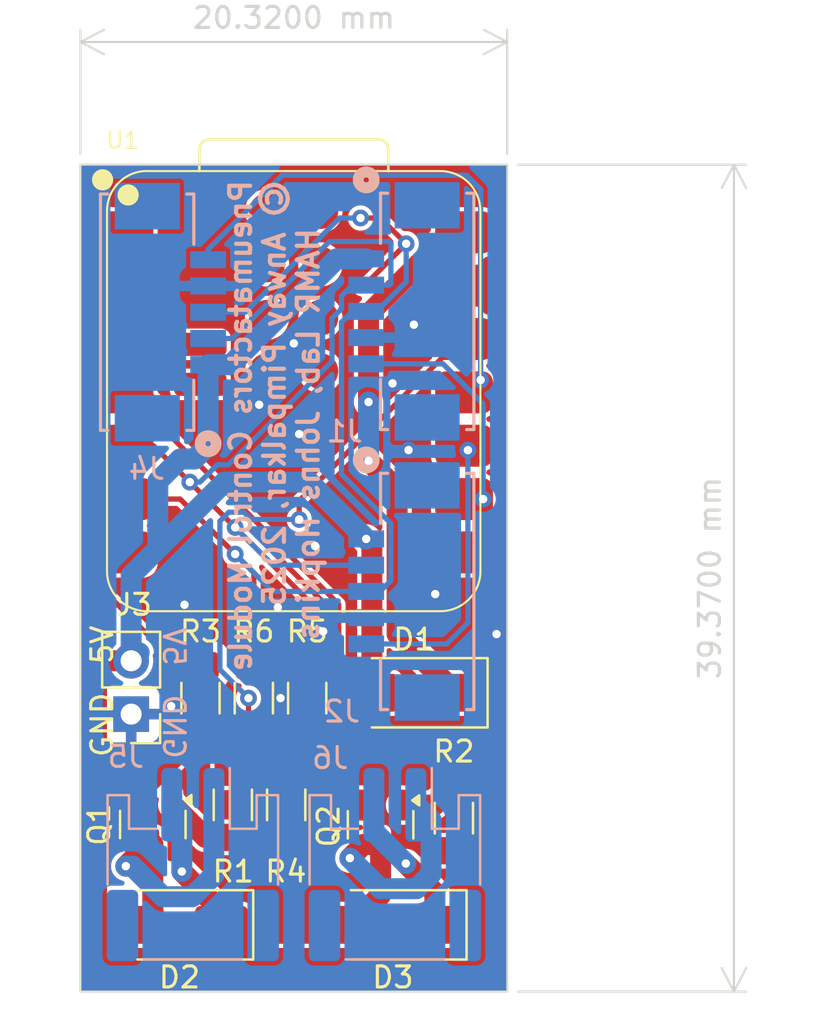
<source format=kicad_pcb>
(kicad_pcb (version 20241229) (generator "pcbnew") (generator_version "9.0")
  (layers (0 "F.Cu" signal) (2 "B.Cu" signal) (13 "F.Paste" user) (15 "B.Paste" user) (5 "F.SilkS" user "F.Silkscreen") (7 "B.SilkS" user "B.Silkscreen") (1 "F.Mask" user) (3 "B.Mask" user) (25 "Edge.Cuts" user))
  (net 0 "")
  (net 1 "5V")
  (net 2 "Net-(D3-A)")
  (net 3 "P1_A")
  (net 4 "GND")
  (net 5 "P2_A")
  (net 6 "V1")
  (net 7 "V2")
  (net 10 "P3_A")
  (net 11 "SDA")
  (net 12 "SCL")
  (net 15 "3V3")
  (net 16 "Net-(D1-K)")
  (net 17 "Net-(D2-A)")
  (net 18 "Net-(Q1-G)")
  (net 19 "Net-(Q1-S)")
  (net 20 "Net-(Q2-G)")
  (net 21 "Net-(Q2-S)")
  (footprint "Resistor_SMD:R_1206_3216Metric_Pad1.30x1.75mm_HandSolder" (layer "F.Cu") (at 48.26 63.5 -90)
    (property "Reference" "R6" (at -3.175 0 0) (layer "F.SilkS"))
    (property "Value" "10k")
    (fp_line (start -0.727064 0.91) (end 0.727064 0.91) (stroke (width 0.12)) (layer "F.SilkS"))
    (fp_line (start -0.727064 -0.91) (end 0.727064 -0.91) (stroke (width 0.12)) (layer "F.SilkS"))
    (pad "1" smd roundrect (at -1.55 0 270) (size 1.3 1.75) (layers "F.Cu" "F.Mask" "F.Paste") (roundrect_rratio 0.192308) (net 12 "SCL"))
    (pad "2" smd roundrect (at 1.55 0 270) (size 1.3 1.75) (layers "F.Cu" "F.Mask" "F.Paste") (roundrect_rratio 0.192308) (net 15 "3V3"))
  )
  (footprint "Diode_SMD:D_SMA" (layer "F.Cu") (at 44.72 74.295 180)
    (property "Reference" "D2" (at 0 -2.5 0) (layer "F.SilkS"))
    (property "Value" "1N5819")
    (fp_line (start -3.51 1.65) (end 2 1.65) (stroke (width 0.12)) (layer "F.SilkS"))
    (fp_line (start -3.51 -1.65) (end 2 -1.65) (stroke (width 0.12)) (layer "F.SilkS"))
    (fp_line (start -3.51 -1.65) (end -3.51 1.65) (stroke (width 0.12)) (layer "F.SilkS"))
    (pad "1" smd roundrect (at -2 0 180) (size 2.5 1.8) (layers "F.Cu" "F.Mask" "F.Paste") (roundrect_rratio 0.1388888889) (net 1 "5V"))
    (pad "2" smd roundrect (at 2 0 180) (size 2.5 1.8) (layers "F.Cu" "F.Mask" "F.Paste") (roundrect_rratio 0.1388888889) (net 17 "Net-(D2-A)"))
  )
  (footprint "Diode_SMD:D_SMA" (layer "F.Cu") (at 54.88 74.295 180)
    (property "Reference" "D3" (at 0 -2.5 0) (layer "F.SilkS"))
    (property "Value" "1N5819")
    (fp_line (start -3.51 1.65) (end 2 1.65) (stroke (width 0.12)) (layer "F.SilkS"))
    (fp_line (start -3.51 -1.65) (end 2 -1.65) (stroke (width 0.12)) (layer "F.SilkS"))
    (fp_line (start -3.51 -1.65) (end -3.51 1.65) (stroke (width 0.12)) (layer "F.SilkS"))
    (pad "1" smd roundrect (at -2 0 180) (size 2.5 1.8) (layers "F.Cu" "F.Mask" "F.Paste") (roundrect_rratio 0.1388888889) (net 1 "5V"))
    (pad "2" smd roundrect (at 2 0 180) (size 2.5 1.8) (layers "F.Cu" "F.Mask" "F.Paste") (roundrect_rratio 0.1388888889) (net 2 "Net-(D3-A)"))
  )
  (footprint "Resistor_SMD:R_1206_3216Metric_Pad1.30x1.75mm_HandSolder" (layer "F.Cu") (at 57.785 69.215 90)
    (property "Reference" "R2" (at 3.175 0 180) (layer "F.SilkS"))
    (property "Value" "220")
    (fp_line (start -0.727064 -0.91) (end 0.727064 -0.91) (stroke (width 0.12)) (layer "F.SilkS"))
    (fp_line (start -0.727064 0.91) (end 0.727064 0.91) (stroke (width 0.12)) (layer "F.SilkS"))
    (pad "1" smd roundrect (at -1.55 0 90) (size 1.3 1.75) (layers "F.Cu" "F.Mask" "F.Paste") (roundrect_rratio 0.192308) (net 7 "V2"))
    (pad "2" smd roundrect (at 1.55 0 90) (size 1.3 1.75) (layers "F.Cu" "F.Mask" "F.Paste") (roundrect_rratio 0.192308) (net 20 "Net-(Q2-G)"))
  )
  (footprint "Resistor_SMD:R_1206_3216Metric_Pad1.30x1.75mm_HandSolder" (layer "F.Cu") (at 47.26 68.58 -90)
    (property "Reference" "R1" (at 3.175 -0.016 0) (layer "F.SilkS"))
    (property "Value" "220")
    (fp_line (start -0.727064 0.91) (end 0.727064 0.91) (stroke (width 0.12)) (layer "F.SilkS"))
    (fp_line (start -0.727064 -0.91) (end 0.727064 -0.91) (stroke (width 0.12)) (layer "F.SilkS"))
    (pad "1" smd roundrect (at -1.55 0 270) (size 1.3 1.75) (layers "F.Cu" "F.Mask" "F.Paste") (roundrect_rratio 0.192308) (net 6 "V1"))
    (pad "2" smd roundrect (at 1.55 0 270) (size 1.3 1.75) (layers "F.Cu" "F.Mask" "F.Paste") (roundrect_rratio 0.192308) (net 18 "Net-(Q1-G)"))
  )
  (footprint "Package_TO_SOT_SMD:SOT-23" (layer "F.Cu") (at 54.295 69.53 -90)
    (property "Reference" "Q2" (at 0.066 2.479 90) (layer "F.SilkS"))
    (property "Value" "IRLML2060")
    (fp_line (start 0 1.56) (end -0.65 1.56) (stroke (width 0.12)) (layer "F.SilkS"))
    (fp_line (start 0 1.56) (end 0.65 1.56) (stroke (width 0.12)) (layer "F.SilkS"))
    (fp_line (start 0 -1.56) (end -0.65 -1.56) (stroke (width 0.12)) (layer "F.SilkS"))
    (fp_line (start 0 -1.56) (end 0.65 -1.56) (stroke (width 0.12)) (layer "F.SilkS"))
    (fp_poly (pts (xy -1.1625 -1.51) (xy -1.4025 -1.84) (xy -0.9225 -1.84)) (stroke (width 0.12)) (fill yes) (layer "F.SilkS"))
    (pad "1" smd roundrect (at -0.9375 -0.95 270) (size 1.475 0.6) (layers "F.Cu" "F.Mask" "F.Paste") (net 20 "Net-(Q2-G)"))
    (pad "2" smd roundrect (at -0.9375 0.95 270) (size 1.475 0.6) (layers "F.Cu" "F.Mask" "F.Paste") (net 21 "Net-(Q2-S)"))
    (pad "3" smd roundrect (at 0.9375 0 270) (size 1.475 0.6) (layers "F.Cu" "F.Mask" "F.Paste") (net 2 "Net-(D3-A)"))
  )
  (footprint "Resistor_SMD:R_1206_3216Metric_Pad1.30x1.75mm_HandSolder" (layer "F.Cu") (at 45.72 63.5 90)
    (property "Reference" "R3" (at 3.175 0 0) (layer "F.SilkS"))
    (property "Value" "10k")
    (fp_line (start -0.727064 -0.91) (end 0.727064 -0.91) (stroke (width 0.12)) (layer "F.SilkS"))
    (fp_line (start -0.727064 0.91) (end 0.727064 0.91) (stroke (width 0.12)) (layer "F.SilkS"))
    (pad "1" smd roundrect (at -1.55 0 90) (size 1.3 1.75) (layers "F.Cu" "F.Mask" "F.Paste") (roundrect_rratio 0.192308) (net 19 "Net-(Q1-S)"))
    (pad "2" smd roundrect (at 1.55 0 90) (size 1.3 1.75) (layers "F.Cu" "F.Mask" "F.Paste") (roundrect_rratio 0.192308) (net 4 "GND"))
  )
  (footprint "Diode_SMD:D_SMA" (layer "F.Cu") (at 55.88 63.246 180)
    (property "Reference" "D1" (at 0 2.54 0) (layer "F.SilkS"))
    (property "Value" "1N5819")
    (fp_line (start -3.51 1.65) (end 2 1.65) (stroke (width 0.12)) (layer "F.SilkS"))
    (fp_line (start -3.51 -1.65) (end 2 -1.65) (stroke (width 0.12)) (layer "F.SilkS"))
    (fp_line (start -3.51 -1.65) (end -3.51 1.65) (stroke (width 0.12)) (layer "F.SilkS"))
    (pad "1" smd roundrect (at -2 0 180) (size 2.5 1.8) (layers "F.Cu" "F.Mask" "F.Paste") (roundrect_rratio 0.1388888889) (net 16 "Net-(D1-K)"))
    (pad "2" smd roundrect (at 2 0 180) (size 2.5 1.8) (layers "F.Cu" "F.Mask" "F.Paste") (roundrect_rratio 0.1388888889) (net 1 "5V"))
  )
  (footprint "XIAO-ESP32S3:XIAO-ESP32S3-SMD" (layer "F.Cu") (at 50.165 48.895)
    (property "Reference" "U1" (at -9 -11.5 0) (layer "F.SilkS") (effects (font (size 0.78232 0.78232) (thickness 0.10668)) (justify left bottom)))
    (property "Value" "SeeeduinoXIAO")
    (fp_line (start -8.896364 8.56) (end -8.896364 -8.585) (stroke (width 0.1)) (layer "F.SilkS"))
    (fp_line (start -6.991364 10.465) (end 6.978636 10.465) (stroke (width 0.1)) (layer "F.SilkS"))
    (fp_line (start -4.501364 -10.49) (end -4.497636 -11.500272) (stroke (width 0.127)) (layer "F.SilkS"))
    (fp_line (start -3.997636 -12) (end 3.997636 -12) (stroke (width 0.127)) (layer "F.SilkS"))
    (fp_line (start 4.497636 -11.5) (end 4.497636 -10.49) (stroke (width 0.127)) (layer "F.SilkS"))
    (fp_line (start 6.978636 -10.49) (end -6.991364 -10.49) (stroke (width 0.1)) (layer "F.SilkS"))
    (fp_line (start 8.883636 8.56) (end 8.883636 -8.585) (stroke (width 0.1)) (layer "F.SilkS"))
    (fp_arc (start -8.896364 -8.589) (mid -8.338402 -9.936038) (end -6.991364 -10.494) (stroke (width 0.1)) (layer "F.SilkS"))
    (fp_arc (start -6.991364 10.465) (mid -8.338402 9.907038) (end -8.896364 8.56) (stroke (width 0.1)) (layer "F.SilkS"))
    (fp_arc (start -4.497636 -11.500272) (mid -4.351088 -11.853644) (end -3.997636 -12) (stroke (width 0.127)) (layer "F.SilkS"))
    (fp_arc (start 3.997636 -12) (mid 4.351189 -11.853553) (end 4.497636 -11.5) (stroke (width 0.127)) (layer "F.SilkS"))
    (fp_arc (start 6.978636 -10.49) (mid 8.325674 -9.932038) (end 8.883636 -8.585) (stroke (width 0.1)) (layer "F.SilkS"))
    (fp_arc (start 8.883636 8.56) (mid 8.325674 9.907038) (end 6.978636 10.465) (stroke (width 0.1)) (layer "F.SilkS"))
    (fp_circle (center -9.106364 -10.074) (end -9.106364 -10.328) (stroke (width 0.5)) (fill yes) (layer "F.SilkS"))
    (fp_circle (center -7.889364 -9.351) (end -7.889364 -9.605) (stroke (width 0.5)) (fill yes) (layer "F.SilkS"))
    (pad "1" smd roundrect (at -8.061364 -7.573) (size 2.75 2) (layers "F.Cu" "F.Mask" "F.Paste"))
    (pad "2" smd roundrect (at -8.061364 -5.033) (size 2.75 2) (layers "F.Cu" "F.Mask" "F.Paste"))
    (pad "3" smd roundrect (at -8.061364 -2.493) (size 2.75 2) (layers "F.Cu" "F.Mask" "F.Paste") (net 6 "V1"))
    (pad "4" smd roundrect (at -8.061364 0.047) (size 2.75 2) (layers "F.Cu" "F.Mask" "F.Paste") (net 7 "V2"))
    (pad "5" smd roundrect (at -8.061364 2.587) (size 2.75 2) (layers "F.Cu" "F.Mask" "F.Paste") (net 11 "SDA"))
    (pad "6" smd roundrect (at -8.061364 5.127) (size 2.75 2) (layers "F.Cu" "F.Mask" "F.Paste") (net 12 "SCL"))
    (pad "7" smd roundrect (at -8.061364 7.667) (size 2.75 2) (layers "F.Cu" "F.Mask" "F.Paste"))
    (pad "8" smd roundrect (at 8.103636 7.667) (size 2.75 2) (layers "F.Cu" "F.Mask" "F.Paste"))
    (pad "9" smd roundrect (at 8.103636 5.127) (size 2.75 2) (layers "F.Cu" "F.Mask" "F.Paste") (net 3 "P1_A"))
    (pad "10" smd roundrect (at 8.103636 2.587) (size 2.75 2) (layers "F.Cu" "F.Mask" "F.Paste") (net 5 "P2_A"))
    (pad "11" smd roundrect (at 8.103636 0.047) (size 2.75 2) (layers "F.Cu" "F.Mask" "F.Paste") (net 10 "P3_A"))
    (pad "12" smd roundrect (at 8.103636 -2.493) (size 2.75 2) (layers "F.Cu" "F.Mask" "F.Paste") (net 15 "3V3"))
    (pad "13" smd roundrect (at 8.103636 -5.033) (size 2.75 2) (layers "F.Cu" "F.Mask" "F.Paste") (net 4 "GND"))
    (pad "14" smd roundrect (at 8.103636 -7.573) (size 2.75 2) (layers "F.Cu" "F.Mask" "F.Paste") (net 16 "Net-(D1-K)"))
    (pad "15" smd roundrect (at -4.451364 -0.335 180) (size 2.5 1.1) (layers "F.Cu" "F.Mask" "F.Paste"))
    (pad "16" smd roundrect (at -4.451364 -2.24 180) (size 2.5 1.1) (layers "F.Cu" "F.Mask" "F.Paste"))
    (pad "17" smd circle (at -1.276364 -8.585) (size 1.7 1.7) (layers "F.Cu" "F.Mask" "F.Paste"))
    (pad "18" smd circle (at 1.263636 -8.585) (size 1.7 1.7) (layers "F.Cu" "F.Mask" "F.Paste"))
    (pad "19" smd circle (at -1.276364 -6.045) (size 1.7 1.7) (layers "F.Cu" "F.Mask" "F.Paste"))
    (pad "20" smd circle (at 1.263636 -6.045) (size 1.7 1.7) (layers "F.Cu" "F.Mask" "F.Paste"))
    (pad "21" smd circle (at -1.276364 -3.505) (size 1.7 1.7) (layers "F.Cu" "F.Mask" "F.Paste"))
    (pad "22" smd circle (at 1.263636 -3.505) (size 1.7 1.7) (layers "F.Cu" "F.Mask" "F.Paste"))
    (pad "23" smd circle (at -1.276364 -0.965) (size 1.7 1.7) (layers "F.Cu" "F.Mask" "F.Paste"))
    (pad "24" smd circle (at 1.263636 -0.965) (size 1.7 1.7) (layers "F.Cu" "F.Mask" "F.Paste"))
  )
  (footprint "Resistor_SMD:R_1206_3216Metric_Pad1.30x1.75mm_HandSolder" (layer "F.Cu") (at 50.8 63.5 -90)
    (property "Reference" "R5" (at -3.175 0 180) (layer "F.SilkS"))
    (property "Value" "10k")
    (fp_line (start -0.727064 0.91) (end 0.727064 0.91) (stroke (width 0.12)) (layer "F.SilkS"))
    (fp_line (start -0.727064 -0.91) (end 0.727064 -0.91) (stroke (width 0.12)) (layer "F.SilkS"))
    (pad "1" smd roundrect (at -1.55 0 270) (size 1.3 1.75) (layers "F.Cu" "F.Mask" "F.Paste") (roundrect_rratio 0.192308) (net 11 "SDA"))
    (pad "2" smd roundrect (at 1.55 0 270) (size 1.3 1.75) (layers "F.Cu" "F.Mask" "F.Paste") (roundrect_rratio 0.192308) (net 15 "3V3"))
  )
  (footprint "Package_TO_SOT_SMD:SOT-23" (layer "F.Cu") (at 43.45 69.5175 -90)
    (property "Reference" "Q1" (at 0 2.556 90) (layer "F.SilkS"))
    (property "Value" "IRLML2060")
    (fp_line (start 0 1.56) (end -0.65 1.56) (stroke (width 0.12)) (layer "F.SilkS"))
    (fp_line (start 0 1.56) (end 0.65 1.56) (stroke (width 0.12)) (layer "F.SilkS"))
    (fp_line (start 0 -1.56) (end -0.65 -1.56) (stroke (width 0.12)) (layer "F.SilkS"))
    (fp_line (start 0 -1.56) (end 0.65 -1.56) (stroke (width 0.12)) (layer "F.SilkS"))
    (fp_poly (pts (xy -1.1625 -1.51) (xy -1.4025 -1.84) (xy -0.9225 -1.84)) (stroke (width 0.12)) (fill yes) (layer "F.SilkS"))
    (pad "1" smd roundrect (at -0.9375 -0.95 270) (size 1.475 0.6) (layers "F.Cu" "F.Mask" "F.Paste") (net 18 "Net-(Q1-G)"))
    (pad "2" smd roundrect (at -0.9375 0.95 270) (size 1.475 0.6) (layers "F.Cu" "F.Mask" "F.Paste") (net 19 "Net-(Q1-S)"))
    (pad "3" smd roundrect (at 0.9375 0 270) (size 1.475 0.6) (layers "F.Cu" "F.Mask" "F.Paste") (net 17 "Net-(D2-A)"))
  )
  (footprint "Connector_PinHeader_2.54mm:PinHeader_1x02_P2.54mm_Vertical" (layer "F.Cu") (at 42.418 64.262 180)
    (property "Reference" "J3" (at -0.127 5.207 0) (layer "F.SilkS"))
    (property "Value" "Conn_01x02_Pin")
    (fp_line (start 1.38 1.27) (end 1.38 3.92) (stroke (width 0.12)) (layer "F.SilkS"))
    (fp_line (start -1.38 3.92) (end 1.38 3.92) (stroke (width 0.12)) (layer "F.SilkS"))
    (fp_line (start -1.38 1.27) (end 1.38 1.27) (stroke (width 0.12)) (layer "F.SilkS"))
    (fp_line (start -1.38 1.27) (end -1.38 3.92) (stroke (width 0.12)) (layer "F.SilkS"))
    (fp_line (start -1.38 0) (end -1.38 -1.38) (stroke (width 0.12)) (layer "F.SilkS"))
    (fp_line (start -1.38 -1.38) (end 0 -1.38) (stroke (width 0.12)) (layer "F.SilkS"))
    (pad "1" thru_hole rect (at 0 0 180) (size 1.7 1.7) (drill 1) (layers "*.Cu" "*.Mask") (net 4 "GND"))
    (pad "2" thru_hole circle (at 0 2.54 180) (size 1.7 1.7) (drill 1) (layers "*.Cu" "*.Mask") (net 1 "5V"))
  )
  (footprint "Resistor_SMD:R_1206_3216Metric_Pad1.30x1.75mm_HandSolder" (layer "F.Cu") (at 49.8 68.58 -90)
    (property "Reference" "R4" (at 3.175 0.016 180) (layer "F.SilkS"))
    (property "Value" "10k")
    (fp_line (start -0.727064 0.91) (end 0.727064 0.91) (stroke (width 0.12)) (layer "F.SilkS"))
    (fp_line (start -0.727064 -0.91) (end 0.727064 -0.91) (stroke (width 0.12)) (layer "F.SilkS"))
    (pad "1" smd roundrect (at -1.55 0 270) (size 1.3 1.75) (layers "F.Cu" "F.Mask" "F.Paste") (roundrect_rratio 0.192308) (net 21 "Net-(Q2-S)"))
    (pad "2" smd roundrect (at 1.55 0 270) (size 1.3 1.75) (layers "F.Cu" "F.Mask" "F.Paste") (roundrect_rratio 0.192308) (net 4 "GND"))
  )
  (footprint "Connector_JST:JST_PH_S2B-PH-SM4-TB_1x02-1MP_P2.00mm_Horizontal" (layer "B.Cu") (at 54.975 71.43 180)
    (property "Reference" "J6" (at 3.08 5.08 0) (layer "B.SilkS") (effects (justify mirror)))
    (property "Value" "Valve_2")
    (fp_line (start 4.06 3.31) (end 3.04 3.31) (stroke (width 0.12)) (layer "B.SilkS"))
    (fp_line (start 4.06 -0.94) (end 4.06 3.31) (stroke (width 0.12)) (layer "B.SilkS"))
    (fp_line (start 3.04 3.31) (end 3.04 1.71) (stroke (width 0.12)) (layer "B.SilkS"))
    (fp_line (start 3.04 1.71) (end 1.76 1.71) (stroke (width 0.12)) (layer "B.SilkS"))
    (fp_line (start -1.76 1.71) (end -1.76 4.6) (stroke (width 0.12)) (layer "B.SilkS"))
    (fp_line (start -2.34 -4.51) (end 2.34 -4.51) (stroke (width 0.12)) (layer "B.SilkS"))
    (fp_line (start -3.04 3.31) (end -3.04 1.71) (stroke (width 0.12)) (layer "B.SilkS"))
    (fp_line (start -3.04 1.71) (end -1.76 1.71) (stroke (width 0.12)) (layer "B.SilkS"))
    (fp_line (start -4.06 3.31) (end -3.04 3.31) (stroke (width 0.12)) (layer "B.SilkS"))
    (fp_line (start -4.06 -0.94) (end -4.06 3.31) (stroke (width 0.12)) (layer "B.SilkS"))
    (pad "1" smd roundrect (at -1 2.85 180) (size 1 3.5) (layers "B.Cu" "B.Mask" "B.Paste") (net 2 "Net-(D3-A)"))
    (pad "2" smd roundrect (at 1 2.85 180) (size 1 3.5) (layers "B.Cu" "B.Mask" "B.Paste") (net 1 "5V"))
    (pad "MP" smd roundrect (at -3.35 -2.9 180) (size 1.5 3.4) (layers "B.Cu" "B.Mask" "B.Paste") (roundrect_rratio 0.166667))
    (pad "MP" smd roundrect (at 3.35 -2.9 180) (size 1.5 3.4) (layers "B.Cu" "B.Mask" "B.Paste") (roundrect_rratio 0.166667))
  )
  (footprint "Pneumatactors:CONN_532610001-SD_05_MOL" (layer "B.Cu") (at 56.515 58.42 90)
    (property "Reference" "J2" (at -5.715 -4.064 0) (layer "B.SilkS") (effects (justify mirror)))
    (property "Value" "532610571")
    (fp_circle (center 6.2611 -2.9045) (end 6.6421 -2.9045) (stroke (width 0.508)) (fill no) (layer "F.SilkS"))
    (fp_line (start 5.6261 -2.2225) (end 5.6261 -1.886641) (stroke (width 0.1524)) (layer "B.SilkS"))
    (fp_line (start 3.23914 -2.2225) (end 5.6261 -2.2225) (stroke (width 0.1524)) (layer "B.SilkS"))
    (fp_line (start -5.6261 -2.2225) (end -3.23914 -2.2225) (stroke (width 0.1524)) (layer "B.SilkS"))
    (fp_line (start -5.6261 -1.886641) (end -5.6261 -2.2225) (stroke (width 0.1524)) (layer "B.SilkS"))
    (fp_line (start 5.6261 1.877639) (end 5.6261 2.2225) (stroke (width 0.1524)) (layer "B.SilkS"))
    (fp_line (start 5.6261 2.2225) (end -5.6261 2.2225) (stroke (width 0.1524)) (layer "B.SilkS"))
    (fp_line (start -5.6261 2.2225) (end -5.6261 1.877639) (stroke (width 0.1524)) (layer "B.SilkS"))
    (fp_circle (center 6.2611 -2.9045) (end 6.6421 -2.9045) (stroke (width 0.508)) (fill no) (layer "B.SilkS"))
    (pad "1" smd rect (at 2.5 -2.9045 90) (size 0.8128 1.7018) (layers "B.Cu" "B.Mask" "B.Paste") (net 1 "5V"))
    (pad "2" smd rect (at 1.25 -2.9045 90) (size 0.8128 1.7018) (layers "B.Cu" "B.Mask" "B.Paste") (net 11 "SDA"))
    (pad "3" smd rect (at 0 -2.9045 90) (size 0.8128 1.7018) (layers "B.Cu" "B.Mask" "B.Paste") (net 12 "SCL"))
    (pad "4" smd rect (at -1.25 -2.9045 90) (size 0.8128 1.7018) (layers "B.Cu" "B.Mask" "B.Paste") (net 4 "GND"))
    (pad "5" smd rect (at -2.5 -2.9045 90) (size 0.8128 1.7018) (layers "B.Cu" "B.Mask" "B.Paste") (net 5 "P2_A"))
    (pad "6" smd rect (at -5.05 -0.004501 90) (size 2.2098 3.0988) (layers "B.Cu" "B.Mask" "B.Paste"))
    (pad "7" smd rect (at 5.05 -0.004501 90) (size 2.2098 3.0988) (layers "B.Cu" "B.Mask" "B.Paste"))
  )
  (footprint "Pneumatactors:CONN_532610001-SD_05_MOL" (layer "B.Cu") (at 43.18 45.125 -90)
    (property "Reference" "J4" (at 7.453 0.0165 0) (layer "B.SilkS") (effects (justify mirror)))
    (property "Value" "532610571")
    (fp_circle (center 6.2611 -2.9045) (end 6.6421 -2.9045) (stroke (width 0.508)) (fill no) (layer "F.SilkS"))
    (fp_line (start -5.6261 2.2225) (end -5.6261 1.877639) (stroke (width 0.1524)) (layer "B.SilkS"))
    (fp_line (start 5.6261 2.2225) (end -5.6261 2.2225) (stroke (width 0.1524)) (layer "B.SilkS"))
    (fp_line (start 5.6261 1.877639) (end 5.6261 2.2225) (stroke (width 0.1524)) (layer "B.SilkS"))
    (fp_line (start -5.6261 -1.886641) (end -5.6261 -2.2225) (stroke (width 0.1524)) (layer "B.SilkS"))
    (fp_line (start -5.6261 -2.2225) (end -3.23914 -2.2225) (stroke (width 0.1524)) (layer "B.SilkS"))
    (fp_line (start 3.23914 -2.2225) (end 5.6261 -2.2225) (stroke (width 0.1524)) (layer "B.SilkS"))
    (fp_line (start 5.6261 -2.2225) (end 5.6261 -1.886641) (stroke (width 0.1524)) (layer "B.SilkS"))
    (fp_circle (center 6.2611 -2.9045) (end 6.6421 -2.9045) (stroke (width 0.508)) (fill no) (layer "B.SilkS"))
    (pad "1" smd rect (at 2.5 -2.9045 270) (size 0.8128 1.7018) (layers "B.Cu" "B.Mask" "B.Paste") (net 1 "5V"))
    (pad "2" smd rect (at 1.25 -2.9045 270) (size 0.8128 1.7018) (layers "B.Cu" "B.Mask" "B.Paste") (net 11 "SDA"))
    (pad "3" smd rect (at 0 -2.9045 270) (size 0.8128 1.7018) (layers "B.Cu" "B.Mask" "B.Paste") (net 12 "SCL"))
    (pad "4" smd rect (at -1.25 -2.9045 270) (size 0.8128 1.7018) (layers "B.Cu" "B.Mask" "B.Paste") (net 4 "GND"))
    (pad "5" smd rect (at -2.5 -2.9045 270) (size 0.8128 1.7018) (layers "B.Cu" "B.Mask" "B.Paste") (net 10 "P3_A"))
    (pad "6" smd rect (at -5.05 -0.004501 270) (size 2.2098 3.0988) (layers "B.Cu" "B.Mask" "B.Paste"))
    (pad "7" smd rect (at 5.05 -0.004501 270) (size 2.2098 3.0988) (layers "B.Cu" "B.Mask" "B.Paste"))
  )
  (footprint "Pneumatactors:CONN_532610001-SD_05_MOL" (layer "B.Cu") (at 56.515 45.085 90)
    (property "Reference" "J1" (at -5.715 -3.937 0) (layer "B.SilkS") (effects (justify mirror)))
    (property "Value" "532610571")
    (fp_circle (center 6.2611 -2.9045) (end 6.6421 -2.9045) (stroke (width 0.508)) (fill no) (layer "F.SilkS"))
    (fp_line (start 5.6261 -2.2225) (end 5.6261 -1.886641) (stroke (width 0.1524)) (layer "B.SilkS"))
    (fp_line (start 3.23914 -2.2225) (end 5.6261 -2.2225) (stroke (width 0.1524)) (layer "B.SilkS"))
    (fp_line (start -5.6261 -2.2225) (end -3.23914 -2.2225) (stroke (width 0.1524)) (layer "B.SilkS"))
    (fp_line (start -5.6261 -1.886641) (end -5.6261 -2.2225) (stroke (width 0.1524)) (layer "B.SilkS"))
    (fp_line (start 5.6261 1.877639) (end 5.6261 2.2225) (stroke (width 0.1524)) (layer "B.SilkS"))
    (fp_line (start 5.6261 2.2225) (end -5.6261 2.2225) (stroke (width 0.1524)) (layer "B.SilkS"))
    (fp_line (start -5.6261 2.2225) (end -5.6261 1.877639) (stroke (width 0.1524)) (layer "B.SilkS"))
    (fp_circle (center 6.2611 -2.9045) (end 6.6421 -2.9045) (stroke (width 0.508)) (fill no) (layer "B.SilkS"))
    (pad "1" smd rect (at 2.5 -2.9045 90) (size 0.8128 1.7018) (layers "B.Cu" "B.Mask" "B.Paste") (net 1 "5V"))
    (pad "2" smd rect (at 1.25 -2.9045 90) (size 0.8128 1.7018) (layers "B.Cu" "B.Mask" "B.Paste") (net 11 "SDA"))
    (pad "3" smd rect (at 0 -2.9045 90) (size 0.8128 1.7018) (layers "B.Cu" "B.Mask" "B.Paste") (net 12 "SCL"))
    (pad "4" smd rect (at -1.25 -2.9045 90) (size 0.8128 1.7018) (layers "B.Cu" "B.Mask" "B.Paste") (net 4 "GND"))
    (pad "5" smd rect (at -2.5 -2.9045 90) (size 0.8128 1.7018) (layers "B.Cu" "B.Mask" "B.Paste") (net 3 "P1_A"))
    (pad "6" smd rect (at -5.05 -0.004501 90) (size 2.2098 3.0988) (layers "B.Cu" "B.Mask" "B.Paste"))
    (pad "7" smd rect (at 5.05 -0.004501 90) (size 2.2098 3.0988) (layers "B.Cu" "B.Mask" "B.Paste"))
  )
  (footprint "Connector_JST:JST_PH_S2B-PH-SM4-TB_1x02-1MP_P2.00mm_Horizontal" (layer "B.Cu") (at 45.355 71.43 180)
    (property "Reference" "J5" (at 3.191 5.136 0) (layer "B.SilkS") (effects (justify mirror)))
    (property "Value" "Valve_1")
    (fp_line (start 4.06 3.31) (end 3.04 3.31) (stroke (width 0.12)) (layer "B.SilkS"))
    (fp_line (start 4.06 -0.94) (end 4.06 3.31) (stroke (width 0.12)) (layer "B.SilkS"))
    (fp_line (start 3.04 3.31) (end 3.04 1.71) (stroke (width 0.12)) (layer "B.SilkS"))
    (fp_line (start 3.04 1.71) (end 1.76 1.71) (stroke (width 0.12)) (layer "B.SilkS"))
    (fp_line (start -1.76 1.71) (end -1.76 4.6) (stroke (width 0.12)) (layer "B.SilkS"))
    (fp_line (start -2.34 -4.51) (end 2.34 -4.51) (stroke (width 0.12)) (layer "B.SilkS"))
    (fp_line (start -3.04 3.31) (end -3.04 1.71) (stroke (width 0.12)) (layer "B.SilkS"))
    (fp_line (start -3.04 1.71) (end -1.76 1.71) (stroke (width 0.12)) (layer "B.SilkS"))
    (fp_line (start -4.06 3.31) (end -3.04 3.31) (stroke (width 0.12)) (layer "B.SilkS"))
    (fp_line (start -4.06 -0.94) (end -4.06 3.31) (stroke (width 0.12)) (layer "B.SilkS"))
    (pad "1" smd roundrect (at -1 2.85 180) (size 1 3.5) (layers "B.Cu" "B.Mask" "B.Paste") (net 17 "Net-(D2-A)"))
    (pad "2" smd roundrect (at 1 2.85 180) (size 1 3.5) (layers "B.Cu" "B.Mask" "B.Paste") (net 1 "5V"))
    (pad "MP" smd roundrect (at -3.35 -2.9 180) (size 1.5 3.4) (layers "B.Cu" "B.Mask" "B.Paste") (roundrect_rratio 0.166667))
    (pad "MP" smd roundrect (at 3.35 -2.9 180) (size 1.5 3.4) (layers "B.Cu" "B.Mask" "B.Paste") (roundrect_rratio 0.166667))
  )
  (gr_rect (start 40.005 38.1) (end 60.325 77.47) (stroke (width 0.1)) (fill no) (layer "Edge.Cuts"))
  (gr_text "5V" (at 41.038 60.96 90) (layer "F.SilkS") (effects (font (size 1 1))))
  (gr_text "GND" (at 41.038 64.77 90) (layer "F.SilkS") (effects (font (size 1 1))))
  (gr_text "Pneumatactors Control Module\n© Anway Pimpalkar, 2025\n   HAMR Lab, Johns Hopkins" (at 51.435 38.735 90) (layer "B.SilkS") (effects (font (size 1 1) (thickness 0.2) (bold yes)) (justify left bottom mirror)))
  (gr_text "5V" (at 44.45 61.047954 270) (layer "B.SilkS") (effects (font (size 1 1)) (justify mirror)))
  (gr_text "GND" (at 44.45 64.857954 270) (layer "B.SilkS") (effects (font (size 1 1)) (justify mirror)))
  (dimension (type orthogonal) (layer "Edge.Cuts") (pts (xy 40.005 38.1) (xy 60.325 38.1)) (height -5.842) (orientation 0) (format (prefix "") (suffix "") (units 3) (units_format 1) (precision 4)) (style (thickness 0.1) (arrow_length 1.27) (text_position_mode 0) (arrow_direction outward) (extension_height 0.58642) (extension_offset 0.5) (keep_text_aligned yes)) (gr_text "20.3200 mm" (at 50.165 31.108 0) (layer "Edge.Cuts") (effects (font (size 1 1) (thickness 0.15)))))
  (dimension (type orthogonal) (layer "Edge.Cuts") (pts (xy 60.325 38.1) (xy 60.325 77.47)) (height 10.795) (orientation 1) (format (prefix "") (suffix "") (units 3) (units_format 1) (precision 4)) (style (thickness 0.1) (arrow_length 1.27) (text_position_mode 0) (arrow_direction outward) (extension_height 0.58642) (extension_offset 0.5) (keep_text_aligned yes)) (gr_text "39.3700 mm" (at 69.97 57.785 90) (layer "Edge.Cuts") (effects (font (size 1 1) (thickness 0.15)))))
  (segment (start 41.319156 75.896) (end 45.119 75.896) (width 1) (layer "F.Cu") (net 1))
  (segment (start 46.72 74.295) (end 46.72 73.644) (width 1) (layer "F.Cu") (net 1))
  (segment (start 45.119 75.896) (end 46.72 74.295) (width 1) (layer "F.Cu") (net 1))
  (segment (start 46.72 73.644) (end 44.831 71.755) (width 1) (layer "F.Cu") (net 1))
  (segment (start 56.88 74.295) (end 55.279 75.896) (width 1) (layer "F.Cu") (net 1))
  (segment (start 48.321 75.896) (end 46.72 74.295) (width 1) (layer "F.Cu") (net 1))
  (segment (start 53.88 63.246) (end 53.88 56.1895) (width 1) (layer "F.Cu") (net 1))
  (segment (start 56.88 74.295) (end 56.88 72.758) (width 1) (layer "F.Cu") (net 1))
  (segment (start 40.769 75.345844) (end 41.319156 75.896) (width 1) (layer "F.Cu") (net 1))
  (segment (start 56.88 72.758) (end 55.496 71.374) (width 1) (layer "F.Cu") (net 1))
  (segment (start 41.215919 61.722) (end 40.769 62.168919) (width 1) (layer "F.Cu") (net 1))
  (segment (start 53.88 56.1895) (end 53.6105 55.92) (width 1) (layer "F.Cu") (net 1))
  (segment (start 40.769 62.168919) (end 40.769 75.345844) (width 1) (layer "F.Cu") (net 1))
  (segment (start 42.418 61.722) (end 41.215919 61.722) (width 1) (layer "F.Cu") (net 1))
  (segment (start 55.279 75.896) (end 48.321 75.896) (width 1) (layer "F.Cu") (net 1))
  (via (at 55.496 71.374) (size 0.8) (drill 0.4) (layers "F.Cu" "B.Cu") (net 1))
  (via (at 44.831 71.755) (size 0.8) (drill 0.4) (layers "F.Cu" "B.Cu") (net 1))
  (via (at 53.6105 55.92) (size 0.8) (drill 0.4) (layers "F.Cu" "B.Cu") (net 1))
  (segment (start 42.799 61.341) (end 42.418 61.722) (width 1) (layer "B.Cu") (net 1))
  (segment (start 53.975 69.853) (end 53.975 68.58) (width 1) (layer "B.Cu") (net 1))
  (segment (start 55.496 71.374) (end 53.975 69.853) (width 1) (layer "B.Cu") (net 1))
  (segment (start 46.0845 51.463583) (end 45.434901 52.113182) (width 1) (layer "B.Cu") (net 1))
  (segment (start 46.863 53.213) (end 43.688 56.388) (width 1) (layer "B.Cu") (net 1))
  (segment (start 46.0845 47.625) (end 46.0845 51.463583) (width 1) (layer "B.Cu") (net 1))
  (segment (start 47.1612 47.625) (end 46.0845 47.625) (width 1) (layer "B.Cu") (net 1))
  (segment (start 44.831 69.056) (end 44.355 68.58) (width 1) (layer "B.Cu") (net 1))
  (segment (start 45.434901 52.113182) (end 44.754768 52.113182) (width 1) (layer "B.Cu") (net 1))
  (segment (start 46.863 53.213) (end 50.9035 53.213) (width 1) (layer "B.Cu") (net 1))
  (segment (start 50.9035 53.213) (end 53.6105 55.92) (width 1) (layer "B.Cu") (net 1))
  (segment (start 42.418 61.722) (end 42.418 57.658) (width 1) (layer "B.Cu") (net 1))
  (segment (start 43.688 53.17995) (end 43.688 56.388) (width 1) (layer "B.Cu") (net 1))
  (segment (start 44.831 71.755) (end 44.831 69.056) (width 1) (layer "B.Cu") (net 1))
  (segment (start 44.754768 52.113182) (end 43.688 53.17995) (width 1) (layer "B.Cu") (net 1))
  (segment (start 42.418 57.658) (end 43.688 56.388) (width 1) (layer "B.Cu") (net 1))
  (segment (start 52.2012 42.585) (end 47.1612 47.625) (width 1) (layer "B.Cu") (net 1))
  (segment (start 53.6105 42.585) (end 52.2012 42.585) (width 1) (layer "B.Cu") (net 1))
  (segment (start 54.295 72.88) (end 52.88 74.295) (width 1) (layer "F.Cu") (net 2))
  (segment (start 54.295 70.4675) (end 54.295 72.88) (width 1) (layer "F.Cu") (net 2))
  (segment (start 54.295 70.4675) (end 53.4845 70.4675) (width 1) (layer "F.Cu") (net 2))
  (segment (start 53.4845 70.4675) (end 52.832 71.12) (width 1) (layer "F.Cu") (net 2))
  (via (at 52.832 71.12) (size 0.8) (drill 0.4) (layers "F.Cu" "B.Cu") (net 2))
  (segment (start 55.993471 72.574999) (end 56.696999 71.871471) (width 1) (layer "B.Cu") (net 2))
  (segment (start 56.696999 71.871471) (end 56.696999 69.301999) (width 1) (layer "B.Cu") (net 2))
  (segment (start 56.696999 69.301999) (end 55.975 68.58) (width 1) (layer "B.Cu") (net 2))
  (segment (start 52.832 71.12) (end 54.286999 72.574999) (width 1) (layer "B.Cu") (net 2))
  (segment (start 54.286999 72.574999) (end 55.993471 72.574999) (width 1) (layer "B.Cu") (net 2))
  (via (at 59.176696 54.022) (size 0.8) (drill 0.4) (layers "F.Cu" "B.Cu") (net 3))
  (segment (start 53.6105 47.585) (end 57.266799 47.585) (width 0.25) (layer "B.Cu") (net 3))
  (segment (start 57.266799 47.585) (end 59.176696 49.494897) (width 0.25) (layer "B.Cu") (net 3))
  (segment (start 59.176696 49.494897) (end 59.176696 54.022) (width 0.25) (layer "B.Cu") (net 3))
  (via (at 59.817 60.452) (size 0.8) (drill 0.4) (layers "F.Cu" "B.Cu") (net 4))
  (via (at 50.419 50.927) (size 0.8) (drill 0.4) (layers "F.Cu" "B.Cu") (net 4))
  (via (at 48.514 49.53) (size 0.8) (drill 0.4) (layers "F.Cu" "B.Cu") (net 4))
  (via (at 49.403 59.182) (size 0.8) (drill 0.4) (layers "F.Cu" "B.Cu") (net 4))
  (via (at 54.864 48.514) (size 0.8) (drill 0.4) (layers "F.Cu" "B.Cu") (net 4))
  (via (at 56.896 58.547) (size 0.8) (drill 0.4) (layers "F.Cu" "B.Cu") (net 4))
  (via (at 49.53 63.5) (size 0.8) (drill 0.4) (layers "F.Cu" "B.Cu") (net 4))
  (via (at 55.88 45.72) (size 0.8) (drill 0.4) (layers "F.Cu" "B.Cu") (net 4))
  (via (at 51.181 56.261) (size 0.8) (drill 0.4) (layers "F.Cu" "B.Cu") (net 4))
  (via (at 55.626 51.689) (size 0.8) (drill 0.4) (layers "F.Cu" "B.Cu") (net 4))
  (via (at 51.562 60.325) (size 0.8) (drill 0.4) (layers "F.Cu" "B.Cu") (net 4))
  (via (at 44.323 63.881) (size 0.8) (drill 0.4) (layers "F.Cu" "B.Cu") (net 4))
  (via (at 44.958 59.055) (size 0.8) (drill 0.4) (layers "F.Cu" "B.Cu") (net 4))
  (via (at 50.165 46.609) (size 0.8) (drill 0.4) (layers "F.Cu" "B.Cu") (net 4))
  (via (at 58.451696 51.694319) (size 0.8) (drill 0.4) (layers "F.Cu" "B.Cu") (net 5))
  (segment (start 57.444 60.92) (end 58.451696 59.912304) (width 0.25) (layer "B.Cu") (net 5))
  (segment (start 53.6105 60.92) (end 57.444 60.92) (width 0.25) (layer "B.Cu") (net 5))
  (segment (start 58.451696 59.912304) (end 58.451696 51.694319) (width 0.25) (layer "B.Cu") (net 5))
  (segment (start 40.402636 48.092588) (end 40.402636 57.674636) (width 0.25) (layer "F.Cu") (net 6))
  (segment (start 42.103636 46.402) (end 42.093224 46.402) (width 0.25) (layer "F.Cu") (net 6))
  (segment (start 46.590514 64.074) (end 47.059 64.542486) (width 0.25) (layer "F.Cu") (net 6))
  (segment (start 44.272158 61.544158) (end 44.272158 62.348672) (width 0.25) (layer "F.Cu") (net 6))
  (segment (start 47.059 64.542486) (end 47.059 66.829) (width 0.25) (layer "F.Cu") (net 6))
  (segment (start 45.997486 64.074) (end 46.590514 64.074) (width 0.25) (layer "F.Cu") (net 6))
  (segment (start 47.059 66.829) (end 47.26 67.03) (width 0.25) (layer "F.Cu") (net 6))
  (segment (start 40.402636 57.674636) (end 44.272158 61.544158) (width 0.25) (layer "F.Cu") (net 6))
  (segment (start 42.093224 46.402) (end 40.402636 48.092588) (width 0.25) (layer "F.Cu") (net 6))
  (segment (start 44.272158 62.348672) (end 45.997486 64.074) (width 0.25) (layer "F.Cu") (net 6))
  (segment (start 58.986 69.564) (end 57.785 70.765) (width 0.25) (layer "F.Cu") (net 7))
  (segment (start 42.103636 48.942) (end 43.227 48.942) (width 0.25) (layer "F.Cu") (net 7))
  (segment (start 58.986 66.823514) (end 58.986 69.564) (width 0.25) (layer "F.Cu") (net 7))
  (segment (start 53.213 66.04) (end 58.202486 66.04) (width 0.25) (layer "F.Cu") (net 7))
  (segment (start 58.202486 66.04) (end 58.986 66.823514) (width 0.25) (layer "F.Cu") (net 7))
  (segment (start 43.227 48.942) (end 44.323 50.038) (width 0.25) (layer "F.Cu") (net 7))
  (segment (start 44.323 51.054) (end 52.304 59.035) (width 0.25) (layer "F.Cu") (net 7))
  (segment (start 52.304 65.131) (end 53.213 66.04) (width 0.25) (layer "F.Cu") (net 7))
  (segment (start 44.323 50.038) (end 44.323 51.054) (width 0.25) (layer "F.Cu") (net 7))
  (segment (start 52.304 59.035) (end 52.304 65.131) (width 0.25) (layer "F.Cu") (net 7))
  (via (at 59.058289 48.351184) (size 0.8) (drill 0.4) (layers "F.Cu" "B.Cu") (net 10))
  (segment (start 58.385899 38.6041) (end 59.058289 39.27649) (width 0.25) (layer "B.Cu") (net 10))
  (segment (start 49.6139 38.6041) (end 58.385899 38.6041) (width 0.25) (layer "B.Cu") (net 10))
  (segment (start 46.0845 42.625) (end 46.0845 42.1335) (width 0.25) (layer "B.Cu") (net 10))
  (segment (start 46.0845 42.1335) (end 49.6139 38.6041) (width 0.25) (layer "B.Cu") (net 10))
  (segment (start 59.058289 39.27649) (end 59.058289 48.351184) (width 0.25) (layer "B.Cu") (net 10))
  (segment (start 42.103636 51.482) (end 43.478636 51.482) (width 0.25) (layer "F.Cu") (net 11))
  (segment (start 50.8 58.803364) (end 50.8 61.95) (width 0.25) (layer "F.Cu") (net 11))
  (segment (start 47.369818 55.373182) (end 50.8 58.803364) (width 0.25) (layer "F.Cu") (net 11))
  (segment (start 45.210818 53.214182) (end 47.369818 55.373182) (width 0.25) (layer "F.Cu") (net 11))
  (segment (start 43.478636 51.482) (end 45.210818 53.214182) (width 0.25) (layer "F.Cu") (net 11))
  (via (at 47.369818 55.373182) (size 0.8) (drill 0.4) (layers "F.Cu" "B.Cu") (net 11))
  (via (at 45.210818 53.214182) (size 0.8) (drill 0.4) (layers "F.Cu" "B.Cu") (net 11))
  (segment (start 47.369818 55.373182) (end 49.166636 57.17) (width 0.25) (layer "B.Cu") (net 11))
  (segment (start 51.85906 41.759) (end 47.24306 46.375) (width 0.25) (layer "B.Cu") (net 11))
  (segment (start 54.7874 41.8526) (end 54.6938 41.759) (width 0.25) (layer "B.Cu") (net 11))
  (segment (start 49.166636 57.17) (end 53.6105 57.17) (width 0.25) (layer "B.Cu") (net 11))
  (segment (start 54.6938 41.759) (end 51.85906 41.759) (width 0.25) (layer "B.Cu") (net 11))
  (segment (start 52.4336 44.96479) (end 52.4336 44.3526) (width 0.25) (layer "B.Cu") (net 11))
  (segment (start 52.9512 43.835) (end 53.6105 43.835) (width 0.25) (layer "B.Cu") (net 11))
  (segment (start 47.24306 46.375) (end 46.0845 46.375) (width 0.25) (layer "B.Cu") (net 11))
  (segment (start 45.693678 53.214182) (end 46.52086 52.387) (width 0.25) (layer "B.Cu") (net 11))
  (segment (start 45.210818 53.214182) (end 45.693678 53.214182) (width 0.25) (layer "B.Cu") (net 11))
  (segment (start 53.6105 43.835) (end 54.7114 43.835) (width 0.25) (layer "B.Cu") (net 11))
  (segment (start 54.7874 43.759) (end 54.7874 41.8526) (width 0.25) (layer "B.Cu") (net 11))
  (segment (start 52.4336 44.3526) (end 52.9512 43.835) (width 0.25) (layer "B.Cu") (net 11))
  (segment (start 46.52086 52.387) (end 47.054 52.387) (width 0.25) (layer "B.Cu") (net 11))
  (segment (start 54.7114 43.835) (end 54.7874 43.759) (width 0.25) (layer "B.Cu") (net 11))
  (segment (start 51.9826 45.41579) (end 52.4336 44.96479) (width 0.25) (layer "B.Cu") (net 11))
  (segment (start 51.9826 47.4584) (end 51.9826 45.41579) (width 0.25) (layer "B.Cu") (net 11))
  (segment (start 47.054 52.387) (end 51.9826 47.4584) (width 0.25) (layer "B.Cu") (net 11))
  (segment (start 42.103636 54.022) (end 44.751 54.022) (width 0.25) (layer "F.Cu") (net 12))
  (segment (start 44.751 54.022) (end 47.371 56.642) (width 0.25) (layer "F.Cu") (net 12))
  (segment (start 47.371 56.642) (end 48.26 57.531) (width 0.25) (layer "F.Cu") (net 12))
  (segment (start 54.287433 40.64) (end 55.512399 41.864966) (width 0.25) (layer "F.Cu") (net 12))
  (segment (start 53.34 40.64) (end 54.287433 40.64) (width 0.25) (layer "F.Cu") (net 12))
  (segment (start 48.26 57.531) (end 48.26 61.95) (width 0.25) (layer "F.Cu") (net 12))
  (segment (start 53.351365 44.026) (end 55.512399 41.864966) (width 0.25) (layer "F.Cu") (net 12))
  (via (at 47.371 56.642) (size 0.8) (drill 0.4) (layers "F.Cu" "B.Cu") (net 12))
  (via (at 55.512399 41.864966) (size 0.8) (drill 0.4) (layers "F.Cu" "B.Cu") (net 12))
  (via (at 53.34 40.64) (size 0.8) (drill 0.4) (layers "F.Cu" "B.Cu") (net 12))
  (segment (start 54.7874 57.9024) (end 54.2698 58.42) (width 0.25) (layer "B.Cu") (net 12))
  (segment (start 46.0845 45.125) (end 47.85525 45.125) (width 0.25) (layer "B.Cu") (net 12))
  (segment (start 53.6105 45.085) (end 52.9512 45.085) (width 0.25) (layer "B.Cu") (net 12))
  (segment (start 52.34025 40.64) (end 53.34 40.64) (width 0.25) (layer "B.Cu") (net 12))
  (segment (start 52.4336 45.6026) (end 52.4336 52.8338) (width 0.25) (layer "B.Cu") (net 12))
  (segment (start 54.09921 45.085) (end 55.512399 43.671811) (width 0.25) (layer "B.Cu") (net 12))
  (segment (start 52.9512 45.085) (end 52.4336 45.6026) (width 0.25) (layer "B.Cu") (net 12))
  (segment (start 54.2698 58.42) (end 53.6105 58.42) (width 0.25) (layer "B.Cu") (net 12))
  (segment (start 47.85525 45.125) (end 52.34025 40.64) (width 0.25) (layer "B.Cu") (net 12))
  (segment (start 52.4336 52.8338) (end 54.7874 55.1876) (width 0.25) (layer "B.Cu") (net 12))
  (segment (start 49.149 58.42) (end 53.6105 58.42) (width 0.25) (layer "B.Cu") (net 12))
  (segment (start 55.512399 43.671811) (end 55.512399 41.864966) (width 0.25) (layer "B.Cu") (net 12))
  (segment (start 53.6105 45.085) (end 54.09921 45.085) (width 0.25) (layer "B.Cu") (net 12))
  (segment (start 47.371 56.642) (end 49.149 58.42) (width 0.25) (layer "B.Cu") (net 12))
  (segment (start 54.7874 55.1876) (end 54.7874 57.9024) (width 0.25) (layer "B.Cu") (net 12))
  (segment (start 50.419 54.991) (end 50.419 54.102) (width 0.25) (layer "F.Cu") (net 15))
  (segment (start 48.006 64.796) (end 48.26 65.05) (width 0.25) (layer "F.Cu") (net 15))
  (segment (start 48.26 65.05) (end 50.8 65.05) (width 0.25) (layer "F.Cu") (net 15))
  (segment (start 48.006 63.5) (end 48.006 64.796) (width 0.25) (layer "F.Cu") (net 15))
  (segment (start 58.119 46.402) (end 58.268636 46.402) (width 0.25) (layer "F.Cu") (net 15))
  (segment (start 50.419 54.102) (end 58.119 46.402) (width 0.25) (layer "F.Cu") (net 15))
  (via (at 50.419 54.991) (size 0.8) (drill 0.4) (layers "F.Cu" "B.Cu") (net 15))
  (via (at 48.006 63.5) (size 0.8) (drill 0.4) (layers "F.Cu" "B.Cu") (net 15))
  (segment (start 47.069098 54.647182) (end 46.643818 55.072462) (width 0.25) (layer "B.Cu") (net 15))
  (segment (start 46.643818 62.137818) (end 48.006 63.5) (width 0.25) (layer "B.Cu") (net 15))
  (segment (start 50.419 54.991) (end 48.133 54.991) (width 0.25) (layer "B.Cu") (net 15))
  (segment (start 47.789182 54.647182) (end 47.069098 54.647182) (width 0.25) (layer "B.Cu") (net 15))
  (segment (start 46.643818 55.072462) (end 46.643818 62.137818) (width 0.25) (layer "B.Cu") (net 15))
  (segment (start 48.133 54.991) (end 47.789182 54.647182) (width 0.25) (layer "B.Cu") (net 15))
  (segment (start 53.721 45.212) (end 57.611 41.322) (width 1) (layer "F.Cu") (net 16))
  (segment (start 57.88 63.246) (end 55.081 60.447) (width 1) (layer "F.Cu") (net 16))
  (segment (start 55.081 60.447) (end 55.081 53.557) (width 1) (layer "F.Cu") (net 16))
  (segment (start 57.611 41.322) (end 58.268636 41.322) (width 1) (layer "F.Cu") (net 16))
  (segment (start 53.721 49.403) (end 53.721 45.212) (width 1) (layer "F.Cu") (net 16))
  (segment (start 55.081 53.557) (end 53.721 52.197) (width 1) (layer "F.Cu") (net 16))
  (via (at 53.721 52.197) (size 0.8) (drill 0.4) (layers "F.Cu" "B.Cu") (net 16))
  (via (at 53.721 49.403) (size 0.8) (drill 0.4) (layers "F.Cu" "B.Cu") (net 16))
  (segment (start 53.721 52.197) (end 53.721 49.403) (width 1) (layer "B.Cu") (net 16))
  (segment (start 43.21 70.455) (end 42.164 71.501) (width 1) (layer "F.Cu") (net 17))
  (segment (start 43.45 70.455) (end 43.45 73.565) (width 1) (layer "F.Cu") (net 17))
  (segment (start 43.45 70.455) (end 43.21 70.455) (width 1) (layer "F.Cu") (net 17))
  (segment (start 43.45 73.565) (end 42.72 74.295) (width 1) (layer "F.Cu") (net 17))
  (via (at 42.164 71.501) (size 0.8) (drill 0.4) (layers "F.Cu" "B.Cu") (net 17))
  (segment (start 46.355 71.92947) (end 46.355 68.58) (width 1) (layer "B.Cu") (net 17))
  (segment (start 42.477844 71.501) (end 43.932844 72.956) (width 1) (layer "B.Cu") (net 17))
  (segment (start 42.164 71.501) (end 42.477844 71.501) (width 1) (layer "B.Cu") (net 17))
  (segment (start 43.932844 72.956) (end 45.32847 72.956) (width 1) (layer "B.Cu") (net 17))
  (segment (start 45.32847 72.956) (end 46.355 71.92947) (width 1) (layer "B.Cu") (net 17))
  (segment (start 45.95 70.13) (end 44.4 68.58) (width 1) (layer "F.Cu") (net 18))
  (segment (start 47.26 70.13) (end 45.95 70.13) (width 1) (layer "F.Cu") (net 18))
  (segment (start 42.5 68.58) (end 42.5 68.27) (width 1) (layer "F.Cu") (net 19))
  (segment (start 42.5 68.27) (end 45.72 65.05) (width 1) (layer "F.Cu") (net 19))
  (segment (start 55.245 68.5925) (end 56.8575 68.5925) (width 1) (layer "F.Cu") (net 20))
  (segment (start 56.8575 68.5925) (end 57.785 67.665) (width 1) (layer "F.Cu") (net 20))
  (segment (start 53.345 68.5925) (end 51.3625 68.5925) (width 1) (layer "F.Cu") (net 21))
  (segment (start 51.3625 68.5925) (end 49.8 67.03) (width 1) (layer "F.Cu") (net 21))
  (zone (net 4) (net_name "GND") (layers "F.Cu" "B.Cu") (connect_pads (clearance 0.1778)) (min_thickness 0.25) (fill yes (thermal_gap 0.5) (thermal_bridge_width 0.5))
    (polygon (pts (xy 39.116 37.211) (xy 61.595 37.211) (xy 61.595 78.994) (xy 39.116 78.994)))
  )
)
</source>
